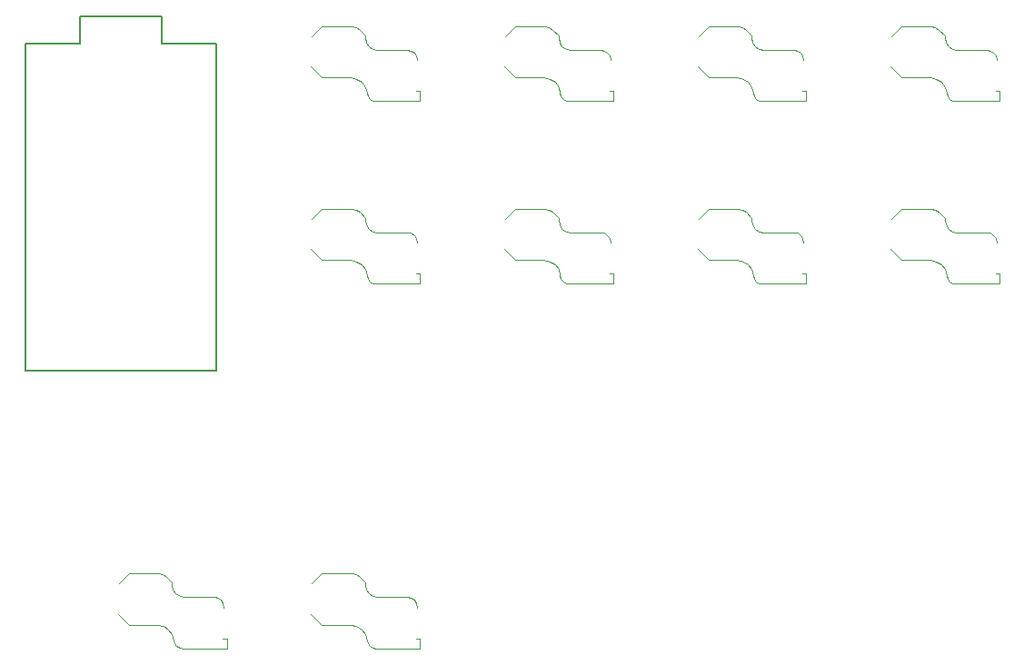
<source format=gbr>
%TF.GenerationSoftware,KiCad,Pcbnew,(6.0.9)*%
%TF.CreationDate,2022-12-21T17:39:27+05:00*%
%TF.ProjectId,vsrgkb-right,76737267-6b62-42d7-9269-6768742e6b69,rev?*%
%TF.SameCoordinates,Original*%
%TF.FileFunction,Legend,Bot*%
%TF.FilePolarity,Positive*%
%FSLAX46Y46*%
G04 Gerber Fmt 4.6, Leading zero omitted, Abs format (unit mm)*
G04 Created by KiCad (PCBNEW (6.0.9)) date 2022-12-21 17:39:27*
%MOMM*%
%LPD*%
G01*
G04 APERTURE LIST*
%ADD10C,0.120000*%
%ADD11C,0.150000*%
G04 APERTURE END LIST*
D10*
%TO.C,SW8*%
X131396000Y-69954000D02*
X131396000Y-70896000D01*
X131396000Y-70896000D02*
X127310000Y-70896000D01*
X124918000Y-68696000D02*
X122271000Y-68696000D01*
X131031000Y-66641000D02*
X131116000Y-67068000D01*
X127000000Y-70837000D02*
X126726000Y-70667000D01*
X130559000Y-66169000D02*
X130842000Y-66358000D01*
X122271000Y-68696000D02*
X121250000Y-67675000D01*
X125959000Y-69100000D02*
X125480000Y-68801000D01*
X127310000Y-70896000D02*
X127000000Y-70837000D01*
X130232000Y-66104000D02*
X130559000Y-66169000D01*
X126297000Y-69553000D02*
X125959000Y-69100000D01*
X126994000Y-66017000D02*
X127432000Y-66104000D01*
X126533000Y-70409000D02*
X126451000Y-70111000D01*
X131033000Y-69954000D02*
X131396000Y-69954000D01*
X127432000Y-66104000D02*
X130232000Y-66104000D01*
X126296000Y-64746000D02*
X126296000Y-64968000D01*
X126296000Y-64968000D02*
X126383000Y-65406000D01*
X125480000Y-68801000D02*
X124918000Y-68696000D01*
X125763000Y-64213000D02*
X126296000Y-64746000D01*
X122271000Y-63904000D02*
X125018000Y-63904000D01*
X121334000Y-64841000D02*
X122271000Y-63904000D01*
X126383000Y-65406000D02*
X126627000Y-65773000D01*
X125421000Y-63984000D02*
X125763000Y-64213000D01*
X130842000Y-66358000D02*
X131031000Y-66641000D01*
X126627000Y-65773000D02*
X126994000Y-66017000D01*
X126451000Y-70111000D02*
X126297000Y-69553000D01*
X125018000Y-63904000D02*
X125421000Y-63984000D01*
X126726000Y-70667000D02*
X126533000Y-70409000D01*
%TO.C,SW10*%
X94842000Y-100358000D02*
X95031000Y-100641000D01*
X86271000Y-102696000D02*
X85250000Y-101675000D01*
X89480000Y-102801000D02*
X88918000Y-102696000D01*
X86271000Y-97904000D02*
X89018000Y-97904000D01*
X91432000Y-100104000D02*
X94232000Y-100104000D01*
X90296000Y-98968000D02*
X90383000Y-99406000D01*
X90726000Y-104667000D02*
X90533000Y-104409000D01*
X90451000Y-104111000D02*
X90297000Y-103553000D01*
X88918000Y-102696000D02*
X86271000Y-102696000D01*
X90533000Y-104409000D02*
X90451000Y-104111000D01*
X89018000Y-97904000D02*
X89421000Y-97984000D01*
X94559000Y-100169000D02*
X94842000Y-100358000D01*
X89763000Y-98213000D02*
X90296000Y-98746000D01*
X95396000Y-103954000D02*
X95396000Y-104896000D01*
X95031000Y-100641000D02*
X95116000Y-101068000D01*
X94232000Y-100104000D02*
X94559000Y-100169000D01*
X95033000Y-103954000D02*
X95396000Y-103954000D01*
X89421000Y-97984000D02*
X89763000Y-98213000D01*
X91000000Y-104837000D02*
X90726000Y-104667000D01*
X85334000Y-98841000D02*
X86271000Y-97904000D01*
X90296000Y-98746000D02*
X90296000Y-98968000D01*
X89959000Y-103100000D02*
X89480000Y-102801000D01*
X90383000Y-99406000D02*
X90627000Y-99773000D01*
X90297000Y-103553000D02*
X89959000Y-103100000D01*
X91310000Y-104896000D02*
X91000000Y-104837000D01*
X90994000Y-100017000D02*
X91432000Y-100104000D01*
X95396000Y-104896000D02*
X91310000Y-104896000D01*
X90627000Y-99773000D02*
X90994000Y-100017000D01*
%TO.C,SW4*%
X148559000Y-49169000D02*
X148842000Y-49358000D01*
X145310000Y-53896000D02*
X145000000Y-53837000D01*
X144297000Y-52553000D02*
X143959000Y-52100000D01*
X145432000Y-49104000D02*
X148232000Y-49104000D01*
X144296000Y-47746000D02*
X144296000Y-47968000D01*
X140271000Y-51696000D02*
X139250000Y-50675000D01*
X143018000Y-46904000D02*
X143421000Y-46984000D01*
X149396000Y-53896000D02*
X145310000Y-53896000D01*
X144383000Y-48406000D02*
X144627000Y-48773000D01*
X149396000Y-52954000D02*
X149396000Y-53896000D01*
X143763000Y-47213000D02*
X144296000Y-47746000D01*
X149031000Y-49641000D02*
X149116000Y-50068000D01*
X139334000Y-47841000D02*
X140271000Y-46904000D01*
X143480000Y-51801000D02*
X142918000Y-51696000D01*
X143959000Y-52100000D02*
X143480000Y-51801000D01*
X149033000Y-52954000D02*
X149396000Y-52954000D01*
X148232000Y-49104000D02*
X148559000Y-49169000D01*
X142918000Y-51696000D02*
X140271000Y-51696000D01*
X144451000Y-53111000D02*
X144297000Y-52553000D01*
X144627000Y-48773000D02*
X144994000Y-49017000D01*
X144533000Y-53409000D02*
X144451000Y-53111000D01*
X144994000Y-49017000D02*
X145432000Y-49104000D01*
X143421000Y-46984000D02*
X143763000Y-47213000D01*
X144296000Y-47968000D02*
X144383000Y-48406000D01*
X145000000Y-53837000D02*
X144726000Y-53667000D01*
X148842000Y-49358000D02*
X149031000Y-49641000D01*
X140271000Y-46904000D02*
X143018000Y-46904000D01*
X144726000Y-53667000D02*
X144533000Y-53409000D01*
%TO.C,SW3*%
X125480000Y-51801000D02*
X124918000Y-51696000D01*
X122271000Y-51696000D02*
X121250000Y-50675000D01*
X125421000Y-46984000D02*
X125763000Y-47213000D01*
X126726000Y-53667000D02*
X126533000Y-53409000D01*
X126383000Y-48406000D02*
X126627000Y-48773000D01*
X126296000Y-47968000D02*
X126383000Y-48406000D01*
X126627000Y-48773000D02*
X126994000Y-49017000D01*
X130232000Y-49104000D02*
X130559000Y-49169000D01*
X125018000Y-46904000D02*
X125421000Y-46984000D01*
X127432000Y-49104000D02*
X130232000Y-49104000D01*
X131396000Y-53896000D02*
X127310000Y-53896000D01*
X126296000Y-47746000D02*
X126296000Y-47968000D01*
X131031000Y-49641000D02*
X131116000Y-50068000D01*
X126451000Y-53111000D02*
X126297000Y-52553000D01*
X131033000Y-52954000D02*
X131396000Y-52954000D01*
X127000000Y-53837000D02*
X126726000Y-53667000D01*
X127310000Y-53896000D02*
X127000000Y-53837000D01*
X121334000Y-47841000D02*
X122271000Y-46904000D01*
X125959000Y-52100000D02*
X125480000Y-51801000D01*
X131396000Y-52954000D02*
X131396000Y-53896000D01*
X126994000Y-49017000D02*
X127432000Y-49104000D01*
X130842000Y-49358000D02*
X131031000Y-49641000D01*
X125763000Y-47213000D02*
X126296000Y-47746000D01*
X126297000Y-52553000D02*
X125959000Y-52100000D01*
X126533000Y-53409000D02*
X126451000Y-53111000D01*
X130559000Y-49169000D02*
X130842000Y-49358000D01*
X124918000Y-51696000D02*
X122271000Y-51696000D01*
X122271000Y-46904000D02*
X125018000Y-46904000D01*
%TO.C,SW5*%
X76232000Y-100104000D02*
X76559000Y-100169000D01*
X73310000Y-104896000D02*
X73000000Y-104837000D01*
X77396000Y-103954000D02*
X77396000Y-104896000D01*
X71421000Y-97984000D02*
X71763000Y-98213000D01*
X71018000Y-97904000D02*
X71421000Y-97984000D01*
X73432000Y-100104000D02*
X76232000Y-100104000D01*
X71763000Y-98213000D02*
X72296000Y-98746000D01*
X77033000Y-103954000D02*
X77396000Y-103954000D01*
X71480000Y-102801000D02*
X70918000Y-102696000D01*
X71959000Y-103100000D02*
X71480000Y-102801000D01*
X77031000Y-100641000D02*
X77116000Y-101068000D01*
X72383000Y-99406000D02*
X72627000Y-99773000D01*
X72296000Y-98746000D02*
X72296000Y-98968000D01*
X73000000Y-104837000D02*
X72726000Y-104667000D01*
X72297000Y-103553000D02*
X71959000Y-103100000D01*
X68271000Y-102696000D02*
X67250000Y-101675000D01*
X68271000Y-97904000D02*
X71018000Y-97904000D01*
X77396000Y-104896000D02*
X73310000Y-104896000D01*
X72451000Y-104111000D02*
X72297000Y-103553000D01*
X72627000Y-99773000D02*
X72994000Y-100017000D01*
X72296000Y-98968000D02*
X72383000Y-99406000D01*
X72533000Y-104409000D02*
X72451000Y-104111000D01*
X76559000Y-100169000D02*
X76842000Y-100358000D01*
X70918000Y-102696000D02*
X68271000Y-102696000D01*
X72994000Y-100017000D02*
X73432000Y-100104000D01*
X76842000Y-100358000D02*
X77031000Y-100641000D01*
X72726000Y-104667000D02*
X72533000Y-104409000D01*
X67334000Y-98841000D02*
X68271000Y-97904000D01*
D11*
%TO.C,U1*%
X58610000Y-78990000D02*
X58610000Y-48510000D01*
X76390000Y-78990000D02*
X58610000Y-78990000D01*
X76390000Y-48510000D02*
X76390000Y-78990000D01*
X63690000Y-45970000D02*
X71310000Y-45970000D01*
X71310000Y-48510000D02*
X76390000Y-48510000D01*
X71310000Y-45970000D02*
X71310000Y-48510000D01*
X63690000Y-48510000D02*
X63690000Y-45970000D01*
X58610000Y-48510000D02*
X63690000Y-48510000D01*
D10*
%TO.C,SW1*%
X95396000Y-52954000D02*
X95396000Y-53896000D01*
X95396000Y-53896000D02*
X91310000Y-53896000D01*
X90296000Y-47746000D02*
X90296000Y-47968000D01*
X90296000Y-47968000D02*
X90383000Y-48406000D01*
X94232000Y-49104000D02*
X94559000Y-49169000D01*
X91432000Y-49104000D02*
X94232000Y-49104000D01*
X86271000Y-51696000D02*
X85250000Y-50675000D01*
X90994000Y-49017000D02*
X91432000Y-49104000D01*
X88918000Y-51696000D02*
X86271000Y-51696000D01*
X91310000Y-53896000D02*
X91000000Y-53837000D01*
X90726000Y-53667000D02*
X90533000Y-53409000D01*
X90297000Y-52553000D02*
X89959000Y-52100000D01*
X90383000Y-48406000D02*
X90627000Y-48773000D01*
X89421000Y-46984000D02*
X89763000Y-47213000D01*
X95031000Y-49641000D02*
X95116000Y-50068000D01*
X90533000Y-53409000D02*
X90451000Y-53111000D01*
X89959000Y-52100000D02*
X89480000Y-51801000D01*
X89763000Y-47213000D02*
X90296000Y-47746000D01*
X95033000Y-52954000D02*
X95396000Y-52954000D01*
X90451000Y-53111000D02*
X90297000Y-52553000D01*
X86271000Y-46904000D02*
X89018000Y-46904000D01*
X94559000Y-49169000D02*
X94842000Y-49358000D01*
X94842000Y-49358000D02*
X95031000Y-49641000D01*
X85334000Y-47841000D02*
X86271000Y-46904000D01*
X90627000Y-48773000D02*
X90994000Y-49017000D01*
X89018000Y-46904000D02*
X89421000Y-46984000D01*
X91000000Y-53837000D02*
X90726000Y-53667000D01*
X89480000Y-51801000D02*
X88918000Y-51696000D01*
%TO.C,SW7*%
X113396000Y-69954000D02*
X113396000Y-70896000D01*
X107763000Y-64213000D02*
X108296000Y-64746000D01*
X108297000Y-69553000D02*
X107959000Y-69100000D01*
X108627000Y-65773000D02*
X108994000Y-66017000D01*
X106918000Y-68696000D02*
X104271000Y-68696000D01*
X113396000Y-70896000D02*
X109310000Y-70896000D01*
X113033000Y-69954000D02*
X113396000Y-69954000D01*
X108296000Y-64746000D02*
X108296000Y-64968000D01*
X112232000Y-66104000D02*
X112559000Y-66169000D01*
X113031000Y-66641000D02*
X113116000Y-67068000D01*
X107421000Y-63984000D02*
X107763000Y-64213000D01*
X108296000Y-64968000D02*
X108383000Y-65406000D01*
X108451000Y-70111000D02*
X108297000Y-69553000D01*
X108383000Y-65406000D02*
X108627000Y-65773000D01*
X104271000Y-68696000D02*
X103250000Y-67675000D01*
X112559000Y-66169000D02*
X112842000Y-66358000D01*
X107018000Y-63904000D02*
X107421000Y-63984000D01*
X107480000Y-68801000D02*
X106918000Y-68696000D01*
X104271000Y-63904000D02*
X107018000Y-63904000D01*
X107959000Y-69100000D02*
X107480000Y-68801000D01*
X109310000Y-70896000D02*
X109000000Y-70837000D01*
X109432000Y-66104000D02*
X112232000Y-66104000D01*
X103334000Y-64841000D02*
X104271000Y-63904000D01*
X112842000Y-66358000D02*
X113031000Y-66641000D01*
X108994000Y-66017000D02*
X109432000Y-66104000D01*
X108533000Y-70409000D02*
X108451000Y-70111000D01*
X109000000Y-70837000D02*
X108726000Y-70667000D01*
X108726000Y-70667000D02*
X108533000Y-70409000D01*
%TO.C,SW2*%
X112232000Y-49104000D02*
X112559000Y-49169000D01*
X109310000Y-53896000D02*
X109000000Y-53837000D01*
X106918000Y-51696000D02*
X104271000Y-51696000D01*
X109000000Y-53837000D02*
X108726000Y-53667000D01*
X113396000Y-53896000D02*
X109310000Y-53896000D01*
X113033000Y-52954000D02*
X113396000Y-52954000D01*
X108296000Y-47968000D02*
X108383000Y-48406000D01*
X108726000Y-53667000D02*
X108533000Y-53409000D01*
X104271000Y-46904000D02*
X107018000Y-46904000D01*
X108627000Y-48773000D02*
X108994000Y-49017000D01*
X108533000Y-53409000D02*
X108451000Y-53111000D01*
X104271000Y-51696000D02*
X103250000Y-50675000D01*
X108383000Y-48406000D02*
X108627000Y-48773000D01*
X108297000Y-52553000D02*
X107959000Y-52100000D01*
X107018000Y-46904000D02*
X107421000Y-46984000D01*
X113031000Y-49641000D02*
X113116000Y-50068000D01*
X107959000Y-52100000D02*
X107480000Y-51801000D01*
X108296000Y-47746000D02*
X108296000Y-47968000D01*
X108994000Y-49017000D02*
X109432000Y-49104000D01*
X103334000Y-47841000D02*
X104271000Y-46904000D01*
X112559000Y-49169000D02*
X112842000Y-49358000D01*
X109432000Y-49104000D02*
X112232000Y-49104000D01*
X107421000Y-46984000D02*
X107763000Y-47213000D01*
X107480000Y-51801000D02*
X106918000Y-51696000D01*
X107763000Y-47213000D02*
X108296000Y-47746000D01*
X108451000Y-53111000D02*
X108297000Y-52553000D01*
X112842000Y-49358000D02*
X113031000Y-49641000D01*
X113396000Y-52954000D02*
X113396000Y-53896000D01*
%TO.C,SW6*%
X91310000Y-70896000D02*
X91000000Y-70837000D01*
X89480000Y-68801000D02*
X88918000Y-68696000D01*
X88918000Y-68696000D02*
X86271000Y-68696000D01*
X90296000Y-64746000D02*
X90296000Y-64968000D01*
X91000000Y-70837000D02*
X90726000Y-70667000D01*
X90297000Y-69553000D02*
X89959000Y-69100000D01*
X95396000Y-70896000D02*
X91310000Y-70896000D01*
X89018000Y-63904000D02*
X89421000Y-63984000D01*
X89421000Y-63984000D02*
X89763000Y-64213000D01*
X94842000Y-66358000D02*
X95031000Y-66641000D01*
X90383000Y-65406000D02*
X90627000Y-65773000D01*
X90994000Y-66017000D02*
X91432000Y-66104000D01*
X86271000Y-68696000D02*
X85250000Y-67675000D01*
X95031000Y-66641000D02*
X95116000Y-67068000D01*
X89959000Y-69100000D02*
X89480000Y-68801000D01*
X90726000Y-70667000D02*
X90533000Y-70409000D01*
X85334000Y-64841000D02*
X86271000Y-63904000D01*
X89763000Y-64213000D02*
X90296000Y-64746000D01*
X90533000Y-70409000D02*
X90451000Y-70111000D01*
X95033000Y-69954000D02*
X95396000Y-69954000D01*
X94232000Y-66104000D02*
X94559000Y-66169000D01*
X90627000Y-65773000D02*
X90994000Y-66017000D01*
X90296000Y-64968000D02*
X90383000Y-65406000D01*
X95396000Y-69954000D02*
X95396000Y-70896000D01*
X91432000Y-66104000D02*
X94232000Y-66104000D01*
X94559000Y-66169000D02*
X94842000Y-66358000D01*
X86271000Y-63904000D02*
X89018000Y-63904000D01*
X90451000Y-70111000D02*
X90297000Y-69553000D01*
%TO.C,SW9*%
X139334000Y-64841000D02*
X140271000Y-63904000D01*
X144296000Y-64968000D02*
X144383000Y-65406000D01*
X148559000Y-66169000D02*
X148842000Y-66358000D01*
X149396000Y-70896000D02*
X145310000Y-70896000D01*
X144451000Y-70111000D02*
X144297000Y-69553000D01*
X143959000Y-69100000D02*
X143480000Y-68801000D01*
X140271000Y-63904000D02*
X143018000Y-63904000D01*
X145000000Y-70837000D02*
X144726000Y-70667000D01*
X143480000Y-68801000D02*
X142918000Y-68696000D01*
X144383000Y-65406000D02*
X144627000Y-65773000D01*
X144297000Y-69553000D02*
X143959000Y-69100000D01*
X144726000Y-70667000D02*
X144533000Y-70409000D01*
X145432000Y-66104000D02*
X148232000Y-66104000D01*
X144994000Y-66017000D02*
X145432000Y-66104000D01*
X143421000Y-63984000D02*
X143763000Y-64213000D01*
X142918000Y-68696000D02*
X140271000Y-68696000D01*
X148842000Y-66358000D02*
X149031000Y-66641000D01*
X148232000Y-66104000D02*
X148559000Y-66169000D01*
X143763000Y-64213000D02*
X144296000Y-64746000D01*
X145310000Y-70896000D02*
X145000000Y-70837000D01*
X149033000Y-69954000D02*
X149396000Y-69954000D01*
X149396000Y-69954000D02*
X149396000Y-70896000D01*
X140271000Y-68696000D02*
X139250000Y-67675000D01*
X149031000Y-66641000D02*
X149116000Y-67068000D01*
X143018000Y-63904000D02*
X143421000Y-63984000D01*
X144296000Y-64746000D02*
X144296000Y-64968000D01*
X144627000Y-65773000D02*
X144994000Y-66017000D01*
X144533000Y-70409000D02*
X144451000Y-70111000D01*
%TD*%
M02*

</source>
